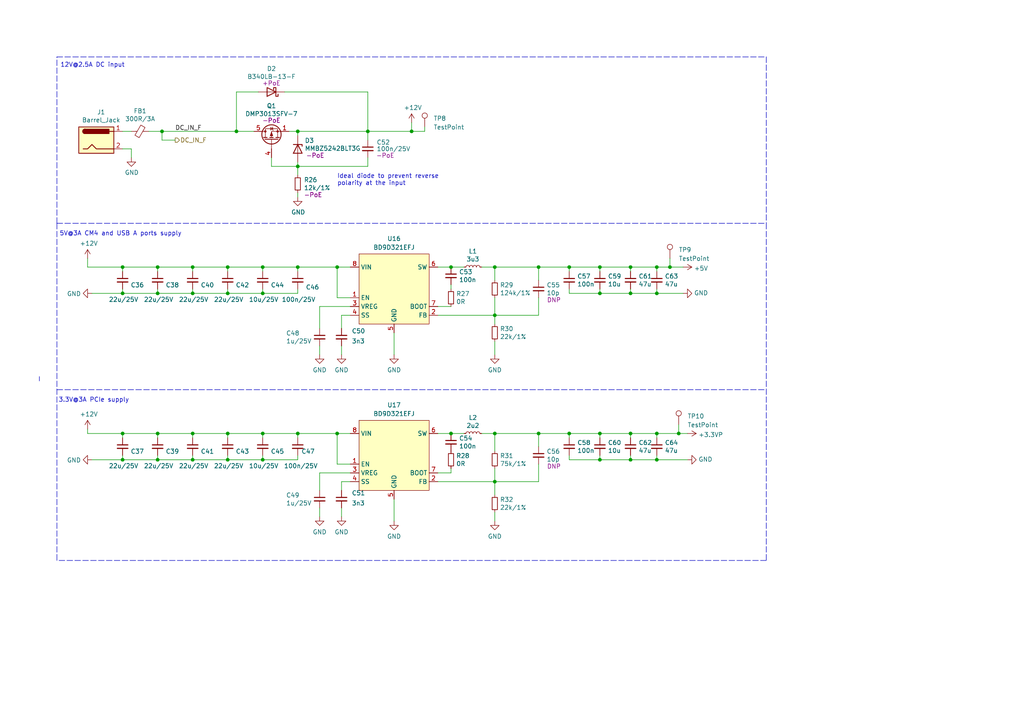
<source format=kicad_sch>
(kicad_sch (version 20210621) (generator eeschema)
  (paper "A4")
  (title_block (title "Power") (date "2021-01-12") (rev "0.1") (company "Nabu Casa") (comment 1 "www.nabucasa.com") (comment 2 "Light Blue"))
  (lib_symbols
    (symbol "Connector:Barrel_Jack" (pin_names (offset 1.016))
      (property "Reference" "J" (at 0 5.334 0))
      (property "Value" "Barrel_Jack" (at 0 -5.08 0))
      (symbol "Barrel_Jack_0_1"
        (arc (start -3.302 3.175) (end -3.302 1.905) (radius (at -3.302 2.54) (length 0.635) (angles 90.1 -90.1)) (stroke (width 0.254)))
        (arc (start -3.302 3.175) (end -3.302 1.905) (radius (at -3.302 2.54) (length 0.635) (angles 90.1 -90.1)) (stroke (width 0.254)) (fill (type outline)))
        (rectangle (start 3.683 3.175) (end -3.302 1.905) (stroke (width 0.254)) (fill (type outline)))
        (rectangle (start -5.08 3.81) (end 5.08 -3.81) (stroke (width 0.254)) (fill (type background)))
        (polyline (pts (xy 5.08 2.54) (xy 3.81 2.54)) (stroke (width 0.254)))
        (polyline (pts (xy -3.81 -2.54) (xy -2.54 -2.54) (xy -1.27 -1.27) (xy 0 -2.54) (xy 2.54 -2.54) (xy 5.08 -2.54)) (stroke (width 0.254)))
      )
      (symbol "Barrel_Jack_1_1"
        (pin passive line (at 7.62 2.54 180) (length 2.54) (name "~") (number "1"))
        (pin passive line (at 7.62 -2.54 180) (length 2.54) (name "~") (number "2"))
      )
    )
    (symbol "Connector:TestPoint" (pin_numbers hide) (pin_names (offset 0.762) hide)
      (property "Reference" "TP" (at 0 6.858 0))
      (property "Value" "TestPoint" (at 0 5.08 0))
      (symbol "TestPoint_0_1"
        (circle (center 0 3.302) (radius 0.762))
      )
      (symbol "TestPoint_1_1"
        (pin passive line (at 0 0 90) (length 2.54) (name "1") (number "1"))
      )
    )
    (symbol "Device:C_Small" (pin_numbers hide) (pin_names (offset 0.254) hide)
      (property "Reference" "C" (at 0.254 1.778 0))
      (property "Value" "C_Small" (at 0.254 -2.032 0))
      (symbol "C_Small_0_1"
        (polyline (pts (xy -1.524 -0.508) (xy 1.524 -0.508)) (stroke (width 0.3302)))
        (polyline (pts (xy -1.524 0.508) (xy 1.524 0.508)) (stroke (width 0.3048)))
      )
      (symbol "C_Small_1_1"
        (pin passive line (at 0 2.54 270) (length 2.032) (name "~") (number "1"))
        (pin passive line (at 0 -2.54 90) (length 2.032) (name "~") (number "2"))
      )
    )
    (symbol "Device:D_Schottky" (pin_numbers hide) (pin_names (offset 1.016) hide)
      (property "Reference" "D" (at 0 2.54 0))
      (property "Value" "D_Schottky" (at 0 -2.54 0))
      (symbol "D_Schottky_0_1"
        (polyline (pts (xy 1.27 0) (xy -1.27 0)))
        (polyline (pts (xy 1.27 1.27) (xy 1.27 -1.27) (xy -1.27 0) (xy 1.27 1.27)) (stroke (width 0.254)))
        (polyline (pts (xy -1.905 0.635) (xy -1.905 1.27) (xy -1.27 1.27) (xy -1.27 -1.27) (xy -0.635 -1.27) (xy -0.635 -0.635)) (stroke (width 0.254)))
      )
      (symbol "D_Schottky_1_1"
        (pin passive line (at -3.81 0 0) (length 2.54) (name "K") (number "1"))
        (pin passive line (at 3.81 0 180) (length 2.54) (name "A") (number "2"))
      )
    )
    (symbol "Device:Ferrite_Bead_Small" (pin_numbers hide) (pin_names (offset 0))
      (property "Reference" "FB" (at 1.905 1.27 0))
      (property "Value" "Ferrite_Bead_Small" (at 1.905 -1.27 0))
      (symbol "Ferrite_Bead_Small_0_1"
        (polyline (pts (xy 0 -1.27) (xy 0 -0.7874)))
        (polyline (pts (xy 0 0.889) (xy 0 1.2954)))
        (polyline (pts (xy -1.8288 0.2794) (xy -1.1176 1.4986) (xy 1.8288 -0.2032) (xy 1.1176 -1.4224) (xy -1.8288 0.2794)))
      )
      (symbol "Ferrite_Bead_Small_1_1"
        (pin passive line (at 0 2.54 270) (length 1.27) (name "~") (number "1"))
        (pin passive line (at 0 -2.54 90) (length 1.27) (name "~") (number "2"))
      )
    )
    (symbol "Device:L_Small" (pin_numbers hide) (pin_names (offset 0.254) hide)
      (property "Reference" "L" (at 0.762 1.016 0))
      (property "Value" "L_Small" (at 0.762 -1.016 0))
      (symbol "L_Small_0_1"
        (arc (start 0 -2.032) (end 0 -1.016) (radius (at 0 -1.524) (length 0.508) (angles -89.9 89.9)))
        (arc (start 0 -1.016) (end 0 0) (radius (at 0 -0.508) (length 0.508) (angles -89.9 89.9)))
        (arc (start 0 0) (end 0 1.016) (radius (at 0 0.508) (length 0.508) (angles -89.9 89.9)))
        (arc (start 0 1.016) (end 0 2.032) (radius (at 0 1.524) (length 0.508) (angles -89.9 89.9)))
      )
      (symbol "L_Small_1_1"
        (pin passive line (at 0 2.54 270) (length 0.508) (name "~") (number "1"))
        (pin passive line (at 0 -2.54 90) (length 0.508) (name "~") (number "2"))
      )
    )
    (symbol "Device:R_Small" (pin_numbers hide) (pin_names (offset 0.254) hide)
      (property "Reference" "R" (at 0.762 0.508 0))
      (property "Value" "R_Small" (at 0.762 -1.016 0))
      (symbol "R_Small_0_1"
        (rectangle (start -0.762 1.778) (end 0.762 -1.778) (stroke (width 0.2032)))
      )
      (symbol "R_Small_1_1"
        (pin passive line (at 0 2.54 270) (length 0.762) (name "~") (number "1"))
        (pin passive line (at 0 -2.54 90) (length 0.762) (name "~") (number "2"))
      )
    )
    (symbol "Diode:BZX84Cxx" (pin_numbers hide) (pin_names hide)
      (property "Reference" "D" (at 0 2.54 0))
      (property "Value" "BZX84Cxx" (at 0 -2.54 0))
      (symbol "BZX84Cxx_0_1"
        (polyline (pts (xy 1.27 0) (xy -1.27 0)))
        (polyline (pts (xy -1.27 -1.27) (xy -1.27 1.27) (xy -0.762 1.27)) (stroke (width 0.254)))
        (polyline (pts (xy 1.27 -1.27) (xy 1.27 1.27) (xy -1.27 0) (xy 1.27 -1.27)) (stroke (width 0.254)))
      )
      (symbol "BZX84Cxx_1_1"
        (pin passive line (at -3.81 0 0) (length 2.54) (name "K") (number "1"))
        (pin passive line (at 3.81 0 180) (length 2.54) (name "A") (number "2"))
      )
    )
    (symbol "LightBlue:BD9D321EFJ"
      (property "Reference" "U16" (at 0 13.97 0))
      (property "Value" "BD9D321EFJ" (at 0 11.43 0))
      (symbol "BD9D321EFJ_0_1"
        (rectangle (start -10.16 10.16) (end 10.16 -10.16) (stroke (width 0.1524)) (fill (type background)))
      )
      (symbol "BD9D321EFJ_1_1"
        (pin input line (at -12.7 -2.54 0) (length 2.54) (name "EN") (number "1"))
        (pin passive line (at 12.7 -7.62 180) (length 2.54) (name "FB") (number "2"))
        (pin power_out line (at -12.7 -5.08 0) (length 2.54) (name "VREG") (number "3"))
        (pin input line (at -12.7 -7.62 0) (length 2.54) (name "SS") (number "4"))
        (pin power_in line (at 0 -12.7 90) (length 2.54) (name "GND") (number "5"))
        (pin power_out line (at 12.7 6.35 180) (length 2.54) (name "SW") (number "6"))
        (pin input line (at 12.7 -5.08 180) (length 2.54) (name "BOOT") (number "7"))
        (pin power_in line (at -12.7 6.35 0) (length 2.54) (name "VIN") (number "8"))
        (pin passive line (at 0 -12.7 90) (length 2.54) hide (name "GND") (number "9"))
      )
    )
    (symbol "Transistor_FET:DMP3013SFV" (pin_names hide)
      (property "Reference" "Q" (at 5.08 1.905 0))
      (property "Value" "DMP3013SFV" (at 5.08 0 0))
      (symbol "DMP3013SFV_0_1"
        (circle (center 1.651 0) (radius 2.794) (stroke (width 0.254)))
        (circle (center 2.54 -1.778) (radius 0.254) (fill (type outline)))
        (circle (center 2.54 1.778) (radius 0.254) (fill (type outline)))
        (polyline (pts (xy 0.254 0) (xy -2.54 0)))
        (polyline (pts (xy 0.254 1.905) (xy 0.254 -1.905)) (stroke (width 0.254)))
        (polyline (pts (xy 0.762 -1.27) (xy 0.762 -2.286)) (stroke (width 0.254)))
        (polyline (pts (xy 0.762 0.508) (xy 0.762 -0.508)) (stroke (width 0.254)))
        (polyline (pts (xy 0.762 2.286) (xy 0.762 1.27)) (stroke (width 0.254)))
        (polyline (pts (xy 2.54 2.54) (xy 2.54 1.778)))
        (polyline (pts (xy 2.54 -2.54) (xy 2.54 0) (xy 0.762 0)))
        (polyline (pts (xy 0.762 1.778) (xy 3.302 1.778) (xy 3.302 -1.778) (xy 0.762 -1.778)))
        (polyline (pts (xy 2.794 -0.508) (xy 2.921 -0.381) (xy 3.683 -0.381) (xy 3.81 -0.254)))
        (polyline (pts (xy 3.302 -0.381) (xy 2.921 0.254) (xy 3.683 0.254) (xy 3.302 -0.381)))
        (polyline (pts (xy 2.286 0) (xy 1.27 0.381) (xy 1.27 -0.381) (xy 2.286 0)) (fill (type outline)))
      )
      (symbol "DMP3013SFV_1_1"
        (pin passive line (at 2.54 -5.08 90) (length 2.54) (name "S") (number "1"))
        (pin passive line (at 2.54 -5.08 90) (length 2.54) hide (name "S") (number "2"))
        (pin passive line (at 2.54 -5.08 90) (length 2.54) hide (name "S") (number "3"))
        (pin passive line (at -5.08 0 0) (length 2.54) (name "G") (number "4"))
        (pin passive line (at 2.54 5.08 270) (length 2.54) (name "D") (number "5"))
      )
    )
    (symbol "power:+12V" (power) (pin_names (offset 0))
      (property "Value" "+12V" (at 0 3.556 0))
      (symbol "+12V_0_1"
        (polyline (pts (xy -0.762 1.27) (xy 0 2.54)))
        (polyline (pts (xy 0 0) (xy 0 2.54)))
        (polyline (pts (xy 0 2.54) (xy 0.762 1.27)))
      )
      (symbol "+12V_1_1"
        (pin power_in line (at 0 0 90) (length 0) hide (name "+12V") (number "1"))
      )
    )
    (symbol "power:+3.3VP" (power) (pin_names (offset 0))
      (property "Value" "+3.3VP" (at 0 2.54 0))
      (symbol "+3.3VP_0_0"
        (pin power_in line (at 0 0 90) (length 0) hide (name "+3.3VP") (number "1"))
      )
      (symbol "+3.3VP_0_1"
        (polyline (pts (xy -0.762 1.27) (xy 0 2.54)))
        (polyline (pts (xy 0 0) (xy 0 2.54)))
        (polyline (pts (xy 0 2.54) (xy 0.762 1.27)))
      )
    )
    (symbol "power:+5V" (power) (pin_names (offset 0))
      (property "Value" "+5V" (at 0 3.556 0))
      (symbol "+5V_0_1"
        (polyline (pts (xy -0.762 1.27) (xy 0 2.54)))
        (polyline (pts (xy 0 0) (xy 0 2.54)))
        (polyline (pts (xy 0 2.54) (xy 0.762 1.27)))
      )
      (symbol "+5V_1_1"
        (pin power_in line (at 0 0 90) (length 0) hide (name "+5V") (number "1"))
      )
    )
    (symbol "power:GND" (power) (pin_names (offset 0))
      (property "Value" "GND" (at 0 -3.81 0))
      (symbol "GND_0_1"
        (polyline (pts (xy 0 0) (xy 0 -1.27) (xy 1.27 -1.27) (xy 0 -2.54) (xy -1.27 -1.27) (xy 0 -1.27)))
      )
      (symbol "GND_1_1"
        (pin power_in line (at 0 0 270) (length 0) hide (name "GND") (number "1"))
      )
    )
  )
  (junction (at 35.56 77.47) (diameter 0.9144))
  (junction (at 35.56 85.09) (diameter 0.9144))
  (junction (at 35.56 125.73) (diameter 0.9144))
  (junction (at 35.56 133.35) (diameter 0.9144))
  (junction (at 45.72 77.47) (diameter 0.9144))
  (junction (at 45.72 85.09) (diameter 0.9144))
  (junction (at 45.72 125.73) (diameter 0.9144))
  (junction (at 45.72 133.35) (diameter 0.9144))
  (junction (at 46.99 38.1) (diameter 0.9144))
  (junction (at 55.88 77.47) (diameter 0.9144))
  (junction (at 55.88 85.09) (diameter 0.9144))
  (junction (at 55.88 125.73) (diameter 0.9144))
  (junction (at 55.88 133.35) (diameter 0.9144))
  (junction (at 66.04 77.47) (diameter 0.9144))
  (junction (at 66.04 85.09) (diameter 0.9144))
  (junction (at 66.04 125.73) (diameter 0.9144))
  (junction (at 66.04 133.35) (diameter 0.9144))
  (junction (at 68.58 38.1) (diameter 0.9144))
  (junction (at 76.2 77.47) (diameter 0.9144))
  (junction (at 76.2 85.09) (diameter 0.9144))
  (junction (at 76.2 125.73) (diameter 0.9144))
  (junction (at 76.2 133.35) (diameter 0.9144))
  (junction (at 86.36 38.1) (diameter 0.9144))
  (junction (at 86.36 48.26) (diameter 0.9144))
  (junction (at 86.36 77.47) (diameter 0.9144))
  (junction (at 86.36 125.73) (diameter 0.9144))
  (junction (at 97.79 77.47) (diameter 0.9144))
  (junction (at 97.79 125.73) (diameter 0.9144))
  (junction (at 106.68 38.1) (diameter 0.9144))
  (junction (at 119.38 38.1) (diameter 0.9144))
  (junction (at 130.81 77.47) (diameter 0.9144))
  (junction (at 130.81 125.73) (diameter 0.9144))
  (junction (at 143.51 77.47) (diameter 0.9144))
  (junction (at 143.51 91.44) (diameter 0.9144))
  (junction (at 143.51 125.73) (diameter 0.9144))
  (junction (at 143.51 139.7) (diameter 0.9144))
  (junction (at 156.21 77.47) (diameter 0.9144))
  (junction (at 156.21 125.73) (diameter 0.9144))
  (junction (at 165.1 77.47) (diameter 0.9144))
  (junction (at 165.1 125.73) (diameter 0.9144))
  (junction (at 173.99 77.47) (diameter 0.9144))
  (junction (at 173.99 85.09) (diameter 0.9144))
  (junction (at 173.99 125.73) (diameter 0.9144))
  (junction (at 173.99 133.35) (diameter 0.9144))
  (junction (at 182.88 77.47) (diameter 0.9144))
  (junction (at 182.88 85.09) (diameter 0.9144))
  (junction (at 182.88 125.73) (diameter 0.9144))
  (junction (at 182.88 133.35) (diameter 0.9144))
  (junction (at 190.5 77.47) (diameter 0.9144))
  (junction (at 190.5 85.09) (diameter 0.9144))
  (junction (at 190.5 125.73) (diameter 0.9144))
  (junction (at 190.5 133.35) (diameter 0.9144))
  (junction (at 194.31 77.47) (diameter 0.9144))
  (junction (at 196.85 125.73) (diameter 0.9144))
  (wire (pts (xy 25.4 74.93) (xy 25.4 77.47)))
  (wire (pts (xy 25.4 77.47) (xy 35.56 77.47)))
  (wire (pts (xy 25.4 124.46) (xy 25.4 125.73)))
  (wire (pts (xy 25.4 125.73) (xy 35.56 125.73)))
  (wire (pts (xy 26.67 85.09) (xy 35.56 85.09)))
  (wire (pts (xy 26.67 133.35) (xy 35.56 133.35)))
  (wire (pts (xy 35.56 38.1) (xy 38.1 38.1)))
  (wire (pts (xy 35.56 43.18) (xy 38.1 43.18)))
  (wire (pts (xy 35.56 77.47) (xy 35.56 78.74)))
  (wire (pts (xy 35.56 77.47) (xy 45.72 77.47)))
  (wire (pts (xy 35.56 83.82) (xy 35.56 85.09)))
  (wire (pts (xy 35.56 85.09) (xy 45.72 85.09)))
  (wire (pts (xy 35.56 125.73) (xy 35.56 127)))
  (wire (pts (xy 35.56 125.73) (xy 45.72 125.73)))
  (wire (pts (xy 35.56 132.08) (xy 35.56 133.35)))
  (wire (pts (xy 35.56 133.35) (xy 45.72 133.35)))
  (wire (pts (xy 38.1 43.18) (xy 38.1 45.72)))
  (wire (pts (xy 43.18 38.1) (xy 46.99 38.1)))
  (wire (pts (xy 45.72 77.47) (xy 45.72 78.74)))
  (wire (pts (xy 45.72 77.47) (xy 55.88 77.47)))
  (wire (pts (xy 45.72 83.82) (xy 45.72 85.09)))
  (wire (pts (xy 45.72 85.09) (xy 55.88 85.09)))
  (wire (pts (xy 45.72 125.73) (xy 45.72 127)))
  (wire (pts (xy 45.72 125.73) (xy 55.88 125.73)))
  (wire (pts (xy 45.72 132.08) (xy 45.72 133.35)))
  (wire (pts (xy 45.72 133.35) (xy 55.88 133.35)))
  (wire (pts (xy 46.99 38.1) (xy 68.58 38.1)))
  (wire (pts (xy 46.99 40.64) (xy 46.99 38.1)))
  (wire (pts (xy 50.8 40.64) (xy 46.99 40.64)))
  (wire (pts (xy 55.88 77.47) (xy 55.88 78.74)))
  (wire (pts (xy 55.88 77.47) (xy 66.04 77.47)))
  (wire (pts (xy 55.88 83.82) (xy 55.88 85.09)))
  (wire (pts (xy 55.88 85.09) (xy 66.04 85.09)))
  (wire (pts (xy 55.88 125.73) (xy 55.88 127)))
  (wire (pts (xy 55.88 125.73) (xy 66.04 125.73)))
  (wire (pts (xy 55.88 132.08) (xy 55.88 133.35)))
  (wire (pts (xy 55.88 133.35) (xy 66.04 133.35)))
  (wire (pts (xy 66.04 77.47) (xy 66.04 78.74)))
  (wire (pts (xy 66.04 77.47) (xy 76.2 77.47)))
  (wire (pts (xy 66.04 85.09) (xy 66.04 83.82)))
  (wire (pts (xy 66.04 85.09) (xy 76.2 85.09)))
  (wire (pts (xy 66.04 125.73) (xy 66.04 127)))
  (wire (pts (xy 66.04 125.73) (xy 76.2 125.73)))
  (wire (pts (xy 66.04 132.08) (xy 66.04 133.35)))
  (wire (pts (xy 66.04 133.35) (xy 76.2 133.35)))
  (wire (pts (xy 68.58 26.67) (xy 74.93 26.67)))
  (wire (pts (xy 68.58 38.1) (xy 68.58 26.67)))
  (wire (pts (xy 68.58 38.1) (xy 73.66 38.1)))
  (wire (pts (xy 76.2 77.47) (xy 76.2 78.74)))
  (wire (pts (xy 76.2 77.47) (xy 86.36 77.47)))
  (wire (pts (xy 76.2 83.82) (xy 76.2 85.09)))
  (wire (pts (xy 76.2 85.09) (xy 86.36 85.09)))
  (wire (pts (xy 76.2 125.73) (xy 76.2 127)))
  (wire (pts (xy 76.2 125.73) (xy 86.36 125.73)))
  (wire (pts (xy 76.2 132.08) (xy 76.2 133.35)))
  (wire (pts (xy 76.2 133.35) (xy 86.36 133.35)))
  (wire (pts (xy 78.74 45.72) (xy 78.74 48.26)))
  (wire (pts (xy 78.74 48.26) (xy 86.36 48.26)))
  (wire (pts (xy 82.55 26.67) (xy 106.68 26.67)))
  (wire (pts (xy 83.82 38.1) (xy 86.36 38.1)))
  (wire (pts (xy 86.36 38.1) (xy 86.36 39.37)))
  (wire (pts (xy 86.36 38.1) (xy 106.68 38.1)))
  (wire (pts (xy 86.36 46.99) (xy 86.36 48.26)))
  (wire (pts (xy 86.36 48.26) (xy 86.36 50.8)))
  (wire (pts (xy 86.36 48.26) (xy 106.68 48.26)))
  (wire (pts (xy 86.36 55.88) (xy 86.36 57.15)))
  (wire (pts (xy 86.36 77.47) (xy 86.36 78.74)))
  (wire (pts (xy 86.36 77.47) (xy 97.79 77.47)))
  (wire (pts (xy 86.36 85.09) (xy 86.36 83.82)))
  (wire (pts (xy 86.36 125.73) (xy 86.36 127)))
  (wire (pts (xy 86.36 125.73) (xy 97.79 125.73)))
  (wire (pts (xy 86.36 132.08) (xy 86.36 133.35)))
  (wire (pts (xy 92.71 88.9) (xy 92.71 95.25)))
  (wire (pts (xy 92.71 88.9) (xy 101.6 88.9)))
  (wire (pts (xy 92.71 100.33) (xy 92.71 102.87)))
  (wire (pts (xy 92.71 137.16) (xy 92.71 142.24)))
  (wire (pts (xy 92.71 137.16) (xy 101.6 137.16)))
  (wire (pts (xy 92.71 147.32) (xy 92.71 149.86)))
  (wire (pts (xy 97.79 77.47) (xy 101.6 77.47)))
  (wire (pts (xy 97.79 86.36) (xy 97.79 77.47)))
  (wire (pts (xy 97.79 86.36) (xy 101.6 86.36)))
  (wire (pts (xy 97.79 125.73) (xy 101.6 125.73)))
  (wire (pts (xy 97.79 134.62) (xy 97.79 125.73)))
  (wire (pts (xy 97.79 134.62) (xy 101.6 134.62)))
  (wire (pts (xy 99.06 91.44) (xy 99.06 95.25)))
  (wire (pts (xy 99.06 91.44) (xy 101.6 91.44)))
  (wire (pts (xy 99.06 100.33) (xy 99.06 102.87)))
  (wire (pts (xy 99.06 139.7) (xy 99.06 142.24)))
  (wire (pts (xy 99.06 139.7) (xy 101.6 139.7)))
  (wire (pts (xy 99.06 147.32) (xy 99.06 149.86)))
  (wire (pts (xy 106.68 26.67) (xy 106.68 38.1)))
  (wire (pts (xy 106.68 38.1) (xy 106.68 40.64)))
  (wire (pts (xy 106.68 45.72) (xy 106.68 48.26)))
  (wire (pts (xy 114.3 96.52) (xy 114.3 102.87)))
  (wire (pts (xy 114.3 144.78) (xy 114.3 151.13)))
  (wire (pts (xy 119.38 35.56) (xy 119.38 38.1)))
  (wire (pts (xy 119.38 38.1) (xy 106.68 38.1)))
  (wire (pts (xy 123.19 36.83) (xy 123.19 38.1)))
  (wire (pts (xy 123.19 38.1) (xy 119.38 38.1)))
  (wire (pts (xy 127 77.47) (xy 130.81 77.47)))
  (wire (pts (xy 127 88.9) (xy 130.81 88.9)))
  (wire (pts (xy 127 91.44) (xy 143.51 91.44)))
  (wire (pts (xy 127 125.73) (xy 130.81 125.73)))
  (wire (pts (xy 127 137.16) (xy 130.81 137.16)))
  (wire (pts (xy 127 139.7) (xy 143.51 139.7)))
  (wire (pts (xy 130.81 77.47) (xy 134.62 77.47)))
  (wire (pts (xy 130.81 82.55) (xy 130.81 83.82)))
  (wire (pts (xy 130.81 125.73) (xy 134.62 125.73)))
  (wire (pts (xy 130.81 135.89) (xy 130.81 137.16)))
  (wire (pts (xy 139.7 77.47) (xy 143.51 77.47)))
  (wire (pts (xy 139.7 125.73) (xy 143.51 125.73)))
  (wire (pts (xy 143.51 77.47) (xy 143.51 81.28)))
  (wire (pts (xy 143.51 77.47) (xy 156.21 77.47)))
  (wire (pts (xy 143.51 86.36) (xy 143.51 91.44)))
  (wire (pts (xy 143.51 91.44) (xy 143.51 93.98)))
  (wire (pts (xy 143.51 91.44) (xy 156.21 91.44)))
  (wire (pts (xy 143.51 99.06) (xy 143.51 102.87)))
  (wire (pts (xy 143.51 125.73) (xy 143.51 130.81)))
  (wire (pts (xy 143.51 125.73) (xy 156.21 125.73)))
  (wire (pts (xy 143.51 135.89) (xy 143.51 139.7)))
  (wire (pts (xy 143.51 139.7) (xy 143.51 143.51)))
  (wire (pts (xy 143.51 139.7) (xy 156.21 139.7)))
  (wire (pts (xy 143.51 148.59) (xy 143.51 151.13)))
  (wire (pts (xy 156.21 77.47) (xy 156.21 81.28)))
  (wire (pts (xy 156.21 77.47) (xy 165.1 77.47)))
  (wire (pts (xy 156.21 86.36) (xy 156.21 91.44)))
  (wire (pts (xy 156.21 125.73) (xy 156.21 129.54)))
  (wire (pts (xy 156.21 125.73) (xy 165.1 125.73)))
  (wire (pts (xy 156.21 134.62) (xy 156.21 139.7)))
  (wire (pts (xy 165.1 77.47) (xy 165.1 78.74)))
  (wire (pts (xy 165.1 77.47) (xy 173.99 77.47)))
  (wire (pts (xy 165.1 83.82) (xy 165.1 85.09)))
  (wire (pts (xy 165.1 85.09) (xy 173.99 85.09)))
  (wire (pts (xy 165.1 125.73) (xy 165.1 127)))
  (wire (pts (xy 165.1 125.73) (xy 173.99 125.73)))
  (wire (pts (xy 165.1 132.08) (xy 165.1 133.35)))
  (wire (pts (xy 165.1 133.35) (xy 173.99 133.35)))
  (wire (pts (xy 173.99 77.47) (xy 173.99 78.74)))
  (wire (pts (xy 173.99 77.47) (xy 182.88 77.47)))
  (wire (pts (xy 173.99 83.82) (xy 173.99 85.09)))
  (wire (pts (xy 173.99 85.09) (xy 182.88 85.09)))
  (wire (pts (xy 173.99 125.73) (xy 173.99 127)))
  (wire (pts (xy 173.99 125.73) (xy 182.88 125.73)))
  (wire (pts (xy 173.99 132.08) (xy 173.99 133.35)))
  (wire (pts (xy 173.99 133.35) (xy 182.88 133.35)))
  (wire (pts (xy 182.88 77.47) (xy 182.88 78.74)))
  (wire (pts (xy 182.88 77.47) (xy 190.5 77.47)))
  (wire (pts (xy 182.88 83.82) (xy 182.88 85.09)))
  (wire (pts (xy 182.88 85.09) (xy 190.5 85.09)))
  (wire (pts (xy 182.88 125.73) (xy 182.88 127)))
  (wire (pts (xy 182.88 125.73) (xy 190.5 125.73)))
  (wire (pts (xy 182.88 132.08) (xy 182.88 133.35)))
  (wire (pts (xy 182.88 133.35) (xy 190.5 133.35)))
  (wire (pts (xy 190.5 77.47) (xy 190.5 78.74)))
  (wire (pts (xy 190.5 77.47) (xy 194.31 77.47)))
  (wire (pts (xy 190.5 83.82) (xy 190.5 85.09)))
  (wire (pts (xy 190.5 85.09) (xy 198.12 85.09)))
  (wire (pts (xy 190.5 125.73) (xy 190.5 127)))
  (wire (pts (xy 190.5 125.73) (xy 196.85 125.73)))
  (wire (pts (xy 190.5 132.08) (xy 190.5 133.35)))
  (wire (pts (xy 190.5 133.35) (xy 199.39 133.35)))
  (wire (pts (xy 194.31 74.93) (xy 194.31 77.47)))
  (wire (pts (xy 194.31 77.47) (xy 198.12 77.47)))
  (wire (pts (xy 196.85 123.19) (xy 196.85 125.73)))
  (wire (pts (xy 196.85 125.73) (xy 199.39 125.73)))
  (polyline (pts (xy 11.43 109.22) (xy 11.43 110.49)) (stroke (width 0) (type dash)))
  (polyline (pts (xy 16.51 16.51) (xy 222.25 16.51)) (stroke (width 0) (type dash)))
  (polyline (pts (xy 16.51 64.77) (xy 16.51 16.51)) (stroke (width 0) (type dash)))
  (polyline (pts (xy 16.51 64.77) (xy 16.51 162.56)) (stroke (width 0) (type dash)))
  (polyline (pts (xy 16.51 64.77) (xy 222.25 64.77)) (stroke (width 0) (type dash)))
  (polyline (pts (xy 16.51 113.03) (xy 222.25 113.03)) (stroke (width 0) (type dash)))
  (polyline (pts (xy 222.25 16.51) (xy 222.25 64.77)) (stroke (width 0) (type dash)))
  (polyline (pts (xy 222.25 64.77) (xy 222.25 162.56)) (stroke (width 0) (type dash)))
  (polyline (pts (xy 222.25 162.56) (xy 16.51 162.56)) (stroke (width 0) (type dash)))
  (text "12V@2.5A DC input" (at 36.195 19.685 180) (effects (font (size 1.27 1.27)) (justify right bottom)))
  (text "3.3V@3A PCIe supply" (at 37.465 116.84 180) (effects (font (size 1.27 1.27)) (justify right bottom)))
  (text "5V@3A CM4 and USB A ports supply" (at 52.705 68.58 180) (effects (font (size 1.27 1.27)) (justify right bottom)))
  (text "Ideal diode to prevent reverse\npolarity at the input" (at 97.79 53.975 0) (effects (font (size 1.27 1.27)) (justify left bottom)))
  (label "DC_IN_F" (at 50.8 38.1 0))
  (hierarchical_label "DC_IN_F" (shape output) (at 50.8 40.64 0))
  (symbol (lib_id "power:+12V") (at 25.4 74.93 0) (unit 1)
    (property "Reference" "#PWR095" (effects hide))
    (property "Value" "+12V" (at 25.7683 70.6056 0))
  )
  (symbol (lib_id "power:+12V") (at 25.4 124.46 0) (unit 1)
    (property "Reference" "#PWR096" (effects hide))
    (property "Value" "+12V" (at 25.7683 120.1356 0))
  )
  (symbol (lib_id "power:+12V") (at 119.38 35.56 0) (unit 1)
    (property "Reference" "#PWR0107" (effects hide))
    (property "Value" "+12V" (at 119.7483 31.2356 0))
  )
  (symbol (lib_id "power:+5V") (at 198.12 77.47 270) (unit 1)
    (property "Reference" "#PWR0110" (effects hide))
    (property "Value" "+5V" (at 201.2951 77.8383 90) (effects (justify left)))
  )
  (symbol (lib_id "power:+3.3VP") (at 199.39 125.73 270) (unit 1)
    (property "Reference" "#PWR0112" (effects hide))
    (property "Value" "+3.3VP" (at 202.5651 126.0983 90) (effects (justify left)))
  )
  (symbol (lib_id "Device:L_Small") (at 137.16 77.47 90) (unit 1)
    (property "Reference" "L1" (at 137.16 72.8788 90))
    (property "Value" "3u3" (at 137.16 75.178 90))
    (property "Footprint" "Inductor_SMD:L_Taiyo-Yuden_NR-80xx" (effects hide))
    (property "Manufacturer" "Taiyo Yuden" (effects hide))
    (property "PartNumber" "NRS8030T3R3MJGJ" (effects hide))
  )
  (symbol (lib_id "Device:L_Small") (at 137.16 125.73 90) (unit 1)
    (property "Reference" "L2" (at 137.16 121.1388 90))
    (property "Value" "2u2" (at 137.16 123.438 90))
    (property "Footprint" "Inductor_SMD:L_Taiyo-Yuden_NR-50xx" (effects hide))
    (property "Manufacturer" "Taiyo Yuden" (effects hide))
    (property "PartNumber" "‎NRS5040T2R2NMGJ‎" (effects hide))
  )
  (symbol (lib_id "Connector:TestPoint") (at 123.19 36.83 0) (unit 1)
    (property "Reference" "TP8" (at 125.73 34.3534 0) (effects (justify left)))
    (property "Value" "TestPoint" (at 125.73 36.8934 0) (effects (justify left)))
    (property "Footprint" "TestPoint:TestPoint_Pad_D1.0mm" (effects hide))
  )
  (symbol (lib_id "Connector:TestPoint") (at 194.31 74.93 0) (unit 1)
    (property "Reference" "TP9" (at 196.85 72.4534 0) (effects (justify left)))
    (property "Value" "TestPoint" (at 196.85 74.9934 0) (effects (justify left)))
    (property "Footprint" "TestPoint:TestPoint_Pad_D1.0mm" (effects hide))
  )
  (symbol (lib_id "Connector:TestPoint") (at 196.85 123.19 0) (unit 1)
    (property "Reference" "TP10" (at 199.39 120.7134 0) (effects (justify left)))
    (property "Value" "TestPoint" (at 199.39 123.2534 0) (effects (justify left)))
    (property "Footprint" "TestPoint:TestPoint_Pad_D1.0mm" (effects hide))
  )
  (symbol (lib_id "power:GND") (at 26.67 85.09 270) (unit 1)
    (property "Reference" "#PWR097" (effects hide))
    (property "Value" "GND" (at 23.495 85.2043 90) (effects (justify right)))
  )
  (symbol (lib_id "power:GND") (at 26.67 133.35 270) (unit 1)
    (property "Reference" "#PWR098" (effects hide))
    (property "Value" "GND" (at 23.495 133.4643 90) (effects (justify right)))
  )
  (symbol (lib_id "power:GND") (at 38.1 45.72 0) (unit 1)
    (property "Reference" "#PWR099" (effects hide))
    (property "Value" "GND" (at 38.2143 50.0444 0))
  )
  (symbol (lib_id "power:GND") (at 86.36 57.15 0) (unit 1)
    (property "Reference" "#PWR0100" (effects hide))
    (property "Value" "GND" (at 86.487 61.5442 0))
  )
  (symbol (lib_id "power:GND") (at 92.71 102.87 0) (unit 1)
    (property "Reference" "#PWR0101" (effects hide))
    (property "Value" "GND" (at 92.71 107.315 0))
  )
  (symbol (lib_id "power:GND") (at 92.71 149.86 0) (unit 1)
    (property "Reference" "#PWR0102" (effects hide))
    (property "Value" "GND" (at 92.71 154.305 0))
  )
  (symbol (lib_id "power:GND") (at 99.06 102.87 0) (unit 1)
    (property "Reference" "#PWR0103" (effects hide))
    (property "Value" "GND" (at 99.06 107.315 0))
  )
  (symbol (lib_id "power:GND") (at 99.06 149.86 0) (unit 1)
    (property "Reference" "#PWR0104" (effects hide))
    (property "Value" "GND" (at 99.06 154.305 0))
  )
  (symbol (lib_id "power:GND") (at 114.3 102.87 0) (unit 1)
    (property "Reference" "#PWR0105" (effects hide))
    (property "Value" "GND" (at 114.3 107.315 0))
  )
  (symbol (lib_id "power:GND") (at 114.3 151.13 0) (unit 1)
    (property "Reference" "#PWR0106" (effects hide))
    (property "Value" "GND" (at 114.3 155.575 0))
  )
  (symbol (lib_id "power:GND") (at 143.51 102.87 0) (unit 1)
    (property "Reference" "#PWR0108" (effects hide))
    (property "Value" "GND" (at 143.51 107.315 0))
  )
  (symbol (lib_id "power:GND") (at 143.51 151.13 0) (unit 1)
    (property "Reference" "#PWR0109" (effects hide))
    (property "Value" "GND" (at 143.51 155.575 0))
  )
  (symbol (lib_id "power:GND") (at 198.12 85.09 90) (unit 1)
    (property "Reference" "#PWR0111" (effects hide))
    (property "Value" "GND" (at 201.2951 84.9757 90) (effects (justify right)))
  )
  (symbol (lib_id "power:GND") (at 199.39 133.35 90) (unit 1)
    (property "Reference" "#PWR0113" (effects hide))
    (property "Value" "GND" (at 202.5651 133.2357 90) (effects (justify right)))
  )
  (symbol (lib_id "Device:R_Small") (at 86.36 53.34 0) (unit 1)
    (property "Reference" "R26" (at 88.138 52.1716 0) (effects (justify left)))
    (property "Value" "12k/1%" (at 88.138 54.483 0) (effects (justify left)))
    (property "Footprint" "Resistor_SMD:R_0402_1005Metric" (effects hide))
    (property "Config" "-PoE" (at 90.805 56.515 0))
  )
  (symbol (lib_id "Device:R_Small") (at 130.81 86.36 180) (unit 1)
    (property "Reference" "R27" (at 132.3087 85.2106 0) (effects (justify right)))
    (property "Value" "0R" (at 132.309 87.509 0) (effects (justify right)))
    (property "Footprint" "Resistor_SMD:R_0402_1005Metric" (effects hide))
  )
  (symbol (lib_id "Device:R_Small") (at 130.81 133.35 180) (unit 1)
    (property "Reference" "R28" (at 132.3087 132.2006 0) (effects (justify right)))
    (property "Value" "0R" (at 132.309 134.499 0) (effects (justify right)))
    (property "Footprint" "Resistor_SMD:R_0402_1005Metric" (effects hide))
  )
  (symbol (lib_id "Device:R_Small") (at 143.51 83.82 180) (unit 1)
    (property "Reference" "R29" (at 145.0087 82.6706 0) (effects (justify right)))
    (property "Value" "124k/1%" (at 145.009 84.969 0) (effects (justify right)))
    (property "Footprint" "Resistor_SMD:R_0402_1005Metric" (effects hide))
  )
  (symbol (lib_id "Device:R_Small") (at 143.51 96.52 180) (unit 1)
    (property "Reference" "R30" (at 145.0087 95.3706 0) (effects (justify right)))
    (property "Value" "22k/1%" (at 145.009 97.669 0) (effects (justify right)))
    (property "Footprint" "Resistor_SMD:R_0402_1005Metric" (effects hide))
  )
  (symbol (lib_id "Device:R_Small") (at 143.51 133.35 180) (unit 1)
    (property "Reference" "R31" (at 145.0087 132.2006 0) (effects (justify right)))
    (property "Value" "75k/1%" (at 145.009 134.499 0) (effects (justify right)))
    (property "Footprint" "Resistor_SMD:R_0402_1005Metric" (effects hide))
  )
  (symbol (lib_id "Device:R_Small") (at 143.51 146.05 180) (unit 1)
    (property "Reference" "R32" (at 145.0087 144.9006 0) (effects (justify right)))
    (property "Value" "22k/1%" (at 145.009 147.199 0) (effects (justify right)))
    (property "Footprint" "Resistor_SMD:R_0402_1005Metric" (effects hide))
  )
  (symbol (lib_id "Device:C_Small") (at 35.56 81.28 0) (unit 1)
    (property "Reference" "C36" (at 37.8842 82.6706 0) (effects (justify left)))
    (property "Value" "22u/25V" (at 31.534 86.874 0) (effects (justify left)))
    (property "Footprint" "Capacitor_SMD:C_0805_2012Metric" (effects hide))
  )
  (symbol (lib_id "Device:C_Small") (at 35.56 129.54 0) (unit 1)
    (property "Reference" "C37" (at 37.8842 130.9306 0) (effects (justify left)))
    (property "Value" "22u/25V" (at 31.534 135.134 0) (effects (justify left)))
    (property "Footprint" "Capacitor_SMD:C_0805_2012Metric" (effects hide))
  )
  (symbol (lib_id "Device:C_Small") (at 45.72 81.28 0) (unit 1)
    (property "Reference" "C38" (at 48.0442 82.6706 0) (effects (justify left)))
    (property "Value" "22u/25V" (at 41.694 86.874 0) (effects (justify left)))
    (property "Footprint" "Capacitor_SMD:C_0805_2012Metric" (effects hide))
  )
  (symbol (lib_id "Device:C_Small") (at 45.72 129.54 0) (unit 1)
    (property "Reference" "C39" (at 48.0442 130.9306 0) (effects (justify left)))
    (property "Value" "22u/25V" (at 41.694 135.134 0) (effects (justify left)))
    (property "Footprint" "Capacitor_SMD:C_0805_2012Metric" (effects hide))
  )
  (symbol (lib_id "Device:C_Small") (at 55.88 81.28 0) (unit 1)
    (property "Reference" "C40" (at 58.2042 82.6706 0) (effects (justify left)))
    (property "Value" "22u/25V" (at 51.854 86.874 0) (effects (justify left)))
    (property "Footprint" "Capacitor_SMD:C_0805_2012Metric" (effects hide))
  )
  (symbol (lib_id "Device:C_Small") (at 55.88 129.54 0) (unit 1)
    (property "Reference" "C41" (at 58.2042 130.9306 0) (effects (justify left)))
    (property "Value" "22u/25V" (at 51.854 135.134 0) (effects (justify left)))
    (property "Footprint" "Capacitor_SMD:C_0805_2012Metric" (effects hide))
  )
  (symbol (lib_id "Device:C_Small") (at 66.04 81.28 0) (unit 1)
    (property "Reference" "C42" (at 68.3642 82.6706 0) (effects (justify left)))
    (property "Value" "22u/25V" (at 62.014 86.874 0) (effects (justify left)))
    (property "Footprint" "Capacitor_SMD:C_0805_2012Metric" (effects hide))
  )
  (symbol (lib_id "Device:C_Small") (at 66.04 129.54 0) (unit 1)
    (property "Reference" "C43" (at 68.3642 130.9306 0) (effects (justify left)))
    (property "Value" "22u/25V" (at 62.014 135.134 0) (effects (justify left)))
    (property "Footprint" "Capacitor_SMD:C_0805_2012Metric" (effects hide))
  )
  (symbol (lib_id "Device:C_Small") (at 76.2 81.28 0) (unit 1)
    (property "Reference" "C44" (at 78.5242 82.6706 0) (effects (justify left)))
    (property "Value" "10u/25V" (at 72.174 86.874 0) (effects (justify left)))
    (property "Footprint" "Capacitor_SMD:C_0805_2012Metric" (effects hide))
  )
  (symbol (lib_id "Device:C_Small") (at 76.2 129.54 0) (unit 1)
    (property "Reference" "C45" (at 78.5242 130.9306 0) (effects (justify left)))
    (property "Value" "10u/25V" (at 72.174 135.134 0) (effects (justify left)))
    (property "Footprint" "Capacitor_SMD:C_0805_2012Metric" (effects hide))
  )
  (symbol (lib_id "Device:C_Small") (at 86.36 81.28 0) (unit 1)
    (property "Reference" "C46" (at 88.6842 83.3056 0) (effects (justify left)))
    (property "Value" "100n/25V" (at 81.699 86.874 0) (effects (justify left)))
    (property "Footprint" "Capacitor_SMD:C_0402_1005Metric" (effects hide))
  )
  (symbol (lib_id "Device:C_Small") (at 86.36 129.54 0) (unit 1)
    (property "Reference" "C47" (at 87.4142 130.9306 0) (effects (justify left)))
    (property "Value" "100n/25V" (at 82.334 135.134 0) (effects (justify left)))
    (property "Footprint" "Capacitor_SMD:C_0402_1005Metric" (effects hide))
  )
  (symbol (lib_id "Device:C_Small") (at 92.71 97.79 0) (unit 1)
    (property "Reference" "C48" (at 82.9692 96.6406 0) (effects (justify left)))
    (property "Value" "1u/25V" (at 82.969 98.939 0) (effects (justify left)))
    (property "Footprint" "Capacitor_SMD:C_0402_1005Metric" (effects hide))
  )
  (symbol (lib_id "Device:C_Small") (at 92.71 144.78 0) (unit 1)
    (property "Reference" "C49" (at 82.9692 143.6306 0) (effects (justify left)))
    (property "Value" "1u/25V" (at 82.969 145.929 0) (effects (justify left)))
    (property "Footprint" "Capacitor_SMD:C_0402_1005Metric" (effects hide))
  )
  (symbol (lib_id "Device:C_Small") (at 99.06 97.79 0) (unit 1)
    (property "Reference" "C50" (at 102.0192 96.0056 0) (effects (justify left)))
    (property "Value" "3n3" (at 102.019 98.939 0) (effects (justify left)))
    (property "Footprint" "Capacitor_SMD:C_0402_1005Metric" (effects hide))
  )
  (symbol (lib_id "Device:C_Small") (at 99.06 144.78 0) (unit 1)
    (property "Reference" "C51" (at 102.0192 142.9956 0) (effects (justify left)))
    (property "Value" "3n3" (at 102.019 145.929 0) (effects (justify left)))
    (property "Footprint" "Capacitor_SMD:C_0402_1005Metric" (effects hide))
  )
  (symbol (lib_id "Device:C_Small") (at 106.68 43.18 0) (unit 1)
    (property "Reference" "C52" (at 109.22 41.275 0) (effects (justify left)))
    (property "Value" "100n/25V" (at 109.22 43.18 0) (effects (justify left)))
    (property "Footprint" "Capacitor_SMD:C_0402_1005Metric" (effects hide))
    (property "Config" "-PoE" (at 111.76 45.085 0))
  )
  (symbol (lib_id "Device:C_Small") (at 130.81 80.01 0) (unit 1)
    (property "Reference" "C53" (at 133.1342 78.8606 0) (effects (justify left)))
    (property "Value" "100n" (at 133.134 81.159 0) (effects (justify left)))
    (property "Footprint" "Capacitor_SMD:C_0402_1005Metric" (effects hide))
  )
  (symbol (lib_id "Device:C_Small") (at 130.81 128.27 0) (unit 1)
    (property "Reference" "C54" (at 133.1342 127.1206 0) (effects (justify left)))
    (property "Value" "100n" (at 133.134 129.419 0) (effects (justify left)))
    (property "Footprint" "Capacitor_SMD:C_0402_1005Metric" (effects hide))
  )
  (symbol (lib_id "Device:C_Small") (at 156.21 83.82 0) (unit 1)
    (property "Reference" "C55" (at 158.5342 82.6706 0) (effects (justify left)))
    (property "Value" "10p" (at 158.534 84.969 0) (effects (justify left)))
    (property "Footprint" "Capacitor_SMD:C_0402_1005Metric" (effects hide))
    (property "Config" "DNP" (at 160.655 86.995 0))
  )
  (symbol (lib_id "Device:C_Small") (at 156.21 132.08 0) (unit 1)
    (property "Reference" "C56" (at 158.5342 130.9306 0) (effects (justify left)))
    (property "Value" "10p" (at 158.534 133.229 0) (effects (justify left)))
    (property "Footprint" "Capacitor_SMD:C_0402_1005Metric" (effects hide))
    (property "Config" "DNP" (at 160.655 135.255 0))
  )
  (symbol (lib_id "Device:C_Small") (at 165.1 81.28 0) (unit 1)
    (property "Reference" "C57" (at 167.4242 80.1306 0) (effects (justify left)))
    (property "Value" "100n" (at 167.424 82.429 0) (effects (justify left)))
    (property "Footprint" "Capacitor_SMD:C_0402_1005Metric" (effects hide))
  )
  (symbol (lib_id "Device:C_Small") (at 165.1 129.54 0) (unit 1)
    (property "Reference" "C58" (at 167.4242 128.3906 0) (effects (justify left)))
    (property "Value" "100n" (at 167.424 130.689 0) (effects (justify left)))
    (property "Footprint" "Capacitor_SMD:C_0402_1005Metric" (effects hide))
  )
  (symbol (lib_id "Device:C_Small") (at 173.99 81.28 0) (unit 1)
    (property "Reference" "C59" (at 176.3142 80.1306 0) (effects (justify left)))
    (property "Value" "10u" (at 176.314 82.429 0) (effects (justify left)))
    (property "Footprint" "Capacitor_SMD:C_0805_2012Metric" (effects hide))
  )
  (symbol (lib_id "Device:C_Small") (at 173.99 129.54 0) (unit 1)
    (property "Reference" "C60" (at 176.3142 128.3906 0) (effects (justify left)))
    (property "Value" "10u" (at 176.314 130.689 0) (effects (justify left)))
    (property "Footprint" "Capacitor_SMD:C_0805_2012Metric" (effects hide))
  )
  (symbol (lib_id "Device:C_Small") (at 182.88 81.28 0) (unit 1)
    (property "Reference" "C61" (at 185.2042 80.1306 0) (effects (justify left)))
    (property "Value" "47u" (at 185.204 82.429 0) (effects (justify left)))
    (property "Footprint" "Capacitor_SMD:C_0805_2012Metric" (effects hide))
  )
  (symbol (lib_id "Device:C_Small") (at 182.88 129.54 0) (unit 1)
    (property "Reference" "C62" (at 185.2042 128.3906 0) (effects (justify left)))
    (property "Value" "47u" (at 185.204 130.689 0) (effects (justify left)))
    (property "Footprint" "Capacitor_SMD:C_0805_2012Metric" (effects hide))
  )
  (symbol (lib_id "Device:C_Small") (at 190.5 81.28 0) (unit 1)
    (property "Reference" "C63" (at 192.8242 80.1306 0) (effects (justify left)))
    (property "Value" "47u" (at 192.824 82.429 0) (effects (justify left)))
    (property "Footprint" "Capacitor_SMD:C_0805_2012Metric" (effects hide))
  )
  (symbol (lib_id "Device:C_Small") (at 190.5 129.54 0) (unit 1)
    (property "Reference" "C64" (at 192.8242 128.3906 0) (effects (justify left)))
    (property "Value" "47u" (at 192.824 130.689 0) (effects (justify left)))
    (property "Footprint" "Capacitor_SMD:C_0805_2012Metric" (effects hide))
  )
  (symbol (lib_id "Device:Ferrite_Bead_Small") (at 40.64 38.1 90) (unit 1)
    (property "Reference" "FB1" (at 40.64 32.188 90))
    (property "Value" "300R/3A" (at 40.64 34.4867 90))
    (property "Footprint" "Resistor_SMD:R_0805_2012Metric" (effects hide))
    (property "Manufacturer" "Würth Elektronik" (effects hide))
    (property "PartNumber" "742792031" (effects hide))
  )
  (symbol (lib_id "Device:D_Schottky") (at 78.74 26.67 180) (unit 1)
    (property "Reference" "D2" (at 78.74 19.92 0))
    (property "Value" "B340LB-13-F" (at 78.74 22.2185 0))
    (property "Footprint" "Diode_SMD:D_SMB" (effects hide))
    (property "Datasheet" "https://www.diodes.com/assets/Datasheets/ds30240.pdf" (effects hide))
    (property "Manufacturer" "Diodes Incorporated" (effects hide))
    (property "PartNumber" "B340LB-13-F" (effects hide))
    (property "Config" "+PoE" (at 78.74 24.13 0))
  )
  (symbol (lib_id "Diode:BZX84Cxx") (at 86.36 43.18 270) (unit 1)
    (property "Reference" "D3" (at 88.392 40.767 90) (effects (justify left)))
    (property "Value" "MMBZ5242BLT3G" (at 88.392 43.053 90) (effects (justify left)))
    (property "Footprint" "Diode_SMD:D_SOT-23_ANK" (effects hide))
    (property "Datasheet" "https://diotec.com/tl_files/diotec/files/pdf/datasheets/bzx84c2v4.pdf" (effects hide))
    (property "Manufacturer" "ON Semiconductor" (effects hide))
    (property "PartNumber" "MMBZ5242BLT3G" (effects hide))
    (property "Config" "-PoE" (at 91.44 45.085 90))
  )
  (symbol (lib_id "Connector:Barrel_Jack") (at 27.94 40.64 0) (unit 1)
    (property "Reference" "J1" (at 29.337 32.5182 0))
    (property "Value" "Barrel_Jack" (at 29.337 34.8169 0))
    (property "Footprint" "LightBlue:BarrelJack_CUI_PJ-002A" (effects hide))
    (property "Manufacturer" "CUI Devices" (effects hide))
    (property "PartNumber" "PJ-002A" (effects hide))
  )
  (symbol (lib_id "Transistor_FET:DMP3013SFV") (at 78.74 40.64 90) (unit 1)
    (property "Reference" "Q1" (at 78.74 30.7086 90))
    (property "Value" "DMP3013SFV-7" (at 78.74 33.02 90))
    (property "Footprint" "Package_SON:Diodes_PowerDI3333-8" (effects hide))
    (property "Datasheet" "https://www.diodes.com/assets/Datasheets/DMP3013SFV.pdf" (effects hide))
    (property "Manufacturer" "Diodes Incorporated" (effects hide))
    (property "PartNumber" "DMP3013SFV-7" (effects hide))
    (property "Config" "-PoE" (at 78.74 34.925 90))
  )
  (symbol (lib_id "LightBlue:BD9D321EFJ") (at 114.3 83.82 0) (unit 1)
    (property "Reference" "U16" (at 114.3 69.215 0))
    (property "Value" "BD9D321EFJ" (at 114.3 71.755 0))
    (property "Footprint" "Package_SO:HTSOP-8-1EP_3.9x4.9mm_P1.27mm_EP2.4x3.2mm_ThermalVias" (effects hide))
    (property "Datasheet" "https://fscdn.rohm.com/en/products/databook/datasheet/ic/power/switching_regulator/bd9d321efj-e.pdf" (effects hide))
    (property "Manufacturer" "Rohm" (effects hide))
    (property "PartNumber" "BD9D321EFJ" (effects hide))
  )
  (symbol (lib_id "LightBlue:BD9D321EFJ") (at 114.3 132.08 0) (unit 1)
    (property "Reference" "U17" (at 114.3 117.475 0))
    (property "Value" "BD9D321EFJ" (at 114.3 120.015 0))
    (property "Footprint" "Package_SO:HTSOP-8-1EP_3.9x4.9mm_P1.27mm_EP2.4x3.2mm_ThermalVias" (effects hide))
    (property "Datasheet" "https://fscdn.rohm.com/en/products/databook/datasheet/ic/power/switching_regulator/bd9d321efj-e.pdf" (effects hide))
    (property "Manufacturer" "Rohm" (effects hide))
    (property "PartNumber" "BD9D321EFJ" (effects hide))
  )
)
</source>
